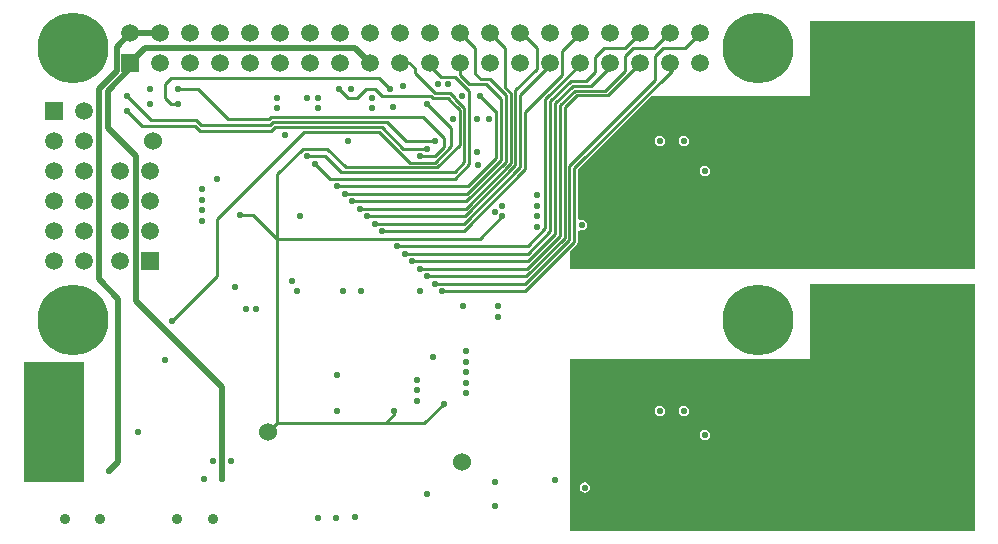
<source format=gbl>
G04 Layer_Physical_Order=4*
G04 Layer_Color=16711680*
%FSLAX25Y25*%
%MOIN*%
G70*
G01*
G75*
%ADD34R,0.20000X0.40000*%
%ADD46C,0.01000*%
%ADD47C,0.02000*%
%ADD50C,0.06000*%
%ADD51C,0.05905*%
%ADD52R,0.05905X0.05905*%
%ADD53C,0.23622*%
%ADD54C,0.03543*%
%ADD55C,0.02200*%
G36*
X317500Y90000D02*
X182500D01*
Y95914D01*
X184793Y98207D01*
X184793Y98207D01*
X185036Y98571D01*
X185122Y99000D01*
Y102174D01*
X185331Y102386D01*
X186122Y102842D01*
X186500Y102767D01*
X187163Y102899D01*
X187726Y103274D01*
X188101Y103837D01*
X188233Y104500D01*
X188101Y105163D01*
X187726Y105726D01*
X187163Y106101D01*
X186500Y106233D01*
X186122Y106158D01*
X185331Y106614D01*
X185122Y106826D01*
Y123035D01*
X209586Y147500D01*
X262500D01*
Y172500D01*
X317500D01*
Y90000D01*
D02*
G37*
G36*
Y2500D02*
X182500D01*
Y60000D01*
X262500D01*
Y85000D01*
X317500D01*
Y2500D01*
D02*
G37*
%LPC*%
G36*
X212500Y134233D02*
X211837Y134101D01*
X211274Y133726D01*
X210899Y133163D01*
X210767Y132500D01*
X210899Y131837D01*
X211274Y131274D01*
X211837Y130899D01*
X212500Y130767D01*
X213163Y130899D01*
X213726Y131274D01*
X214101Y131837D01*
X214233Y132500D01*
X214101Y133163D01*
X213726Y133726D01*
X213163Y134101D01*
X212500Y134233D01*
D02*
G37*
G36*
X220500D02*
X219837Y134101D01*
X219274Y133726D01*
X218899Y133163D01*
X218767Y132500D01*
X218899Y131837D01*
X219274Y131274D01*
X219837Y130899D01*
X220500Y130767D01*
X221163Y130899D01*
X221726Y131274D01*
X222101Y131837D01*
X222233Y132500D01*
X222101Y133163D01*
X221726Y133726D01*
X221163Y134101D01*
X220500Y134233D01*
D02*
G37*
G36*
X227500Y124233D02*
X226837Y124101D01*
X226274Y123726D01*
X225899Y123163D01*
X225767Y122500D01*
X225899Y121837D01*
X226274Y121274D01*
X226837Y120899D01*
X227500Y120767D01*
X228163Y120899D01*
X228726Y121274D01*
X229101Y121837D01*
X229233Y122500D01*
X229101Y123163D01*
X228726Y123726D01*
X228163Y124101D01*
X227500Y124233D01*
D02*
G37*
G36*
X212500Y44233D02*
X211837Y44101D01*
X211274Y43726D01*
X210899Y43163D01*
X210767Y42500D01*
X210899Y41837D01*
X211274Y41274D01*
X211837Y40899D01*
X212500Y40767D01*
X213163Y40899D01*
X213726Y41274D01*
X214101Y41837D01*
X214233Y42500D01*
X214101Y43163D01*
X213726Y43726D01*
X213163Y44101D01*
X212500Y44233D01*
D02*
G37*
G36*
X187500Y18733D02*
X186837Y18601D01*
X186274Y18226D01*
X185899Y17663D01*
X185767Y17000D01*
X185899Y16337D01*
X186274Y15774D01*
X186837Y15399D01*
X187500Y15267D01*
X188163Y15399D01*
X188726Y15774D01*
X189101Y16337D01*
X189233Y17000D01*
X189101Y17663D01*
X188726Y18226D01*
X188163Y18601D01*
X187500Y18733D01*
D02*
G37*
G36*
X227500Y36233D02*
X226837Y36101D01*
X226274Y35726D01*
X225899Y35163D01*
X225767Y34500D01*
X225899Y33837D01*
X226274Y33274D01*
X226837Y32899D01*
X227500Y32767D01*
X228163Y32899D01*
X228726Y33274D01*
X229101Y33837D01*
X229233Y34500D01*
X229101Y35163D01*
X228726Y35726D01*
X228163Y36101D01*
X227500Y36233D01*
D02*
G37*
G36*
X220500Y44233D02*
X219837Y44101D01*
X219274Y43726D01*
X218899Y43163D01*
X218767Y42500D01*
X218899Y41837D01*
X219274Y41274D01*
X219837Y40899D01*
X220500Y40767D01*
X221163Y40899D01*
X221726Y41274D01*
X222101Y41837D01*
X222233Y42500D01*
X222101Y43163D01*
X221726Y43726D01*
X221163Y44101D01*
X220500Y44233D01*
D02*
G37*
%LPD*%
D34*
X10500Y39000D02*
D03*
D46*
X182400Y99663D02*
Y124247D01*
X211000Y152847D01*
Y161000D01*
X180800Y100326D02*
Y143749D01*
X179200Y100988D02*
Y144412D01*
X177600Y101651D02*
Y145074D01*
X176000Y102500D02*
Y145737D01*
X174400Y103400D02*
Y146400D01*
X189500Y151000D02*
X196500Y158000D01*
Y158500D01*
X174400Y146400D02*
X186500Y158500D01*
X156500Y168000D02*
Y168500D01*
X134000Y38500D02*
X140500Y45000D01*
X85000Y38500D02*
X134000D01*
X121500Y39000D02*
X124000Y41500D01*
Y42500D01*
X144237Y154000D02*
X149000Y149237D01*
X139500Y154000D02*
X144237D01*
X149000Y124737D02*
Y149237D01*
X145037Y143700D02*
X145800Y142937D01*
X144926Y143700D02*
X145037D01*
X142700Y145926D02*
X144926Y143700D01*
X142700Y145926D02*
Y146037D01*
X141837Y146900D02*
X142700Y146037D01*
X145700Y145300D02*
X147400Y143600D01*
X145589Y145300D02*
X145700D01*
X144300Y146589D02*
X145589Y145300D01*
X144300Y146589D02*
Y146700D01*
X142500Y148500D02*
X144300Y146700D01*
X147400Y125400D02*
Y143600D01*
X145800Y131274D02*
Y142937D01*
X85000Y121500D02*
X93500Y130000D01*
X85000Y100000D02*
Y121500D01*
Y38500D02*
Y100000D01*
X82000Y35500D02*
X85000Y38500D01*
X144100Y122100D02*
X147400Y125400D01*
X106400Y122100D02*
X144100D01*
X93500Y130000D02*
X101500D01*
X107800Y123700D01*
X138225D01*
X145800Y131274D01*
X101000Y127500D02*
X106400Y122100D01*
X137563Y125300D02*
X143000Y130737D01*
X129200Y125300D02*
X137563D01*
X119000Y135500D02*
X129200Y125300D01*
X136837Y146900D02*
X141837D01*
X136237Y147500D02*
X136837Y146900D01*
X120000Y147500D02*
X136237D01*
X137500Y148500D02*
X142500D01*
X144263Y120000D02*
X149000Y124737D01*
X130750Y155250D02*
X137500Y148500D01*
X130750Y155250D02*
Y156750D01*
X136000Y157500D02*
X139500Y154000D01*
X136000Y157500D02*
Y158500D01*
X158000Y127000D02*
Y142500D01*
X152500Y147500D02*
X157500Y142500D01*
X158000D01*
X117500Y150000D02*
X120000Y147500D01*
X114500Y150000D02*
X117500D01*
X111500Y147000D02*
X114500Y150000D01*
X108468Y147000D02*
X111500D01*
X105500Y149969D02*
X108468Y147000D01*
X49500Y153500D02*
X119000D01*
X47500Y151500D02*
X49500Y153500D01*
X119000D02*
X122500Y150000D01*
X82763Y140400D02*
X133600D01*
X83426Y138800D02*
X121700D01*
X84089Y137200D02*
X119800D01*
X127000Y130000D01*
X94000Y135500D02*
X119000D01*
X127000Y130000D02*
X135000D01*
X65000Y106500D02*
X94000Y135500D01*
X95000Y127500D02*
X101000D01*
X102500Y120000D02*
X144263D01*
X97500Y125000D02*
X102500Y120000D01*
X148500Y117500D02*
X158000Y127000D01*
X105000Y117500D02*
X148500D01*
X85000Y100000D02*
X152500D01*
X77000Y108000D02*
X85000Y100000D01*
X72500Y108000D02*
X77000D01*
X65000Y87500D02*
Y106500D01*
X50000Y72500D02*
X65000Y87500D01*
X107500Y115000D02*
X148263D01*
X110000Y112500D02*
X148026D01*
X112500Y110000D02*
X147788D01*
X115000Y107500D02*
X147551D01*
X143000Y130737D02*
Y137000D01*
X152500Y100000D02*
X160000Y107500D01*
X133600Y140400D02*
X140500Y133500D01*
X121700Y138800D02*
X128000Y132500D01*
X82363Y140000D02*
X82763Y140400D01*
X68500Y140000D02*
X82363D01*
X82626Y138000D02*
X83426Y138800D01*
X59500Y138000D02*
X82626D01*
X82889Y136000D02*
X84089Y137200D01*
X59237Y136000D02*
X82889D01*
X129000Y158500D02*
X130750Y156750D01*
X126000Y158500D02*
X129000D01*
X128000Y132500D02*
X137500D01*
X57737Y137500D02*
X59237Y136000D01*
X58000Y139500D02*
X59500Y138000D01*
X58500Y150000D02*
X68500Y140000D01*
X184000Y123500D02*
X216500Y156000D01*
X184000Y99000D02*
Y123500D01*
X216500Y156000D02*
Y157500D01*
X195200Y147700D02*
X206000Y158500D01*
X184751Y147700D02*
X195200D01*
X180800Y143749D02*
X184751Y147700D01*
X210500Y163500D02*
X215500Y168500D01*
X203500Y163500D02*
X210500D01*
X201000Y161000D02*
X203500Y163500D01*
X201000Y156000D02*
Y161000D01*
X194300Y149300D02*
X201000Y156000D01*
X184088Y149300D02*
X194300D01*
X179200Y144412D02*
X184088Y149300D01*
X188763Y151000D02*
X189500D01*
X188663Y150900D02*
X188763Y151000D01*
X183425Y150900D02*
X188663D01*
X177600Y145074D02*
X183425Y150900D01*
X188000Y152500D02*
X191000Y155500D01*
X182763Y152500D02*
X188000D01*
X176000Y145737D02*
X182763Y152500D01*
X201000Y163500D02*
X206000Y168500D01*
X194000Y163500D02*
X201000D01*
X168500Y97500D02*
X174400Y103400D01*
X125000Y97500D02*
X168500D01*
Y95000D02*
X176000Y102500D01*
X127500Y95000D02*
X168500D01*
X168449Y92500D02*
X177600Y101651D01*
X130000Y92500D02*
X168449D01*
X168212Y90000D02*
X179200Y100988D01*
X132500Y90000D02*
X168212D01*
X167974Y87500D02*
X180800Y100326D01*
X135000Y87500D02*
X167974D01*
X167737Y85000D02*
X182400Y99663D01*
X137500Y85000D02*
X167737D01*
X167500Y82500D02*
X184000Y99000D01*
X140000Y82500D02*
X167500D01*
X147076Y102500D02*
X167600Y123024D01*
X147314Y105000D02*
X166000Y123686D01*
X147551Y107500D02*
X164400Y124349D01*
X147788Y110000D02*
X162800Y125012D01*
X148026Y112500D02*
X161200Y125674D01*
X148263Y115000D02*
X159600Y126337D01*
X120000Y102500D02*
X147076D01*
X221000Y163500D02*
X226000Y168500D01*
X213500Y163500D02*
X221000D01*
X211000Y161000D02*
X213500Y163500D01*
X216000Y158000D02*
X216500Y157500D01*
X216000Y158000D02*
Y158500D01*
X167600Y123024D02*
Y142100D01*
X180000Y154500D01*
X166000Y148000D02*
X176000Y158000D01*
X166000Y123686D02*
Y148000D01*
X164400Y124349D02*
Y149400D01*
X171500Y156500D01*
X161000Y150263D02*
X162800Y148463D01*
Y125012D02*
Y148463D01*
X161000Y150263D02*
Y163500D01*
X155800Y153200D02*
X161200Y147800D01*
Y125674D02*
Y147800D01*
X152800Y153200D02*
X155800D01*
X159600Y126337D02*
Y146663D01*
X154663Y151600D02*
X159600Y146663D01*
X148900Y151600D02*
X154663D01*
X191000Y160500D02*
X194000Y163500D01*
X191000Y155500D02*
Y160500D01*
X180000Y154500D02*
Y155000D01*
X180053D02*
Y162553D01*
X186000Y168500D01*
X117500Y105000D02*
X147314D01*
X166000Y168500D02*
X166500D01*
X171500Y163500D01*
Y156500D02*
Y163500D01*
X156500Y168000D02*
X161000Y163500D01*
X151000Y155000D02*
X152800Y153200D01*
X151000Y155000D02*
Y163500D01*
X146000Y154500D02*
X148900Y151600D01*
X146000Y154500D02*
Y158500D01*
Y168500D02*
X151000Y163500D01*
X135000Y145000D02*
X143000Y137000D01*
X49500Y145000D02*
X52000D01*
X47500Y147000D02*
X49500Y145000D01*
X47500Y147000D02*
Y151500D01*
X52000Y150000D02*
X58500D01*
X43000Y139500D02*
X58000D01*
X35000Y147500D02*
X43000Y139500D01*
X40000Y137500D02*
X57737D01*
X35000Y142500D02*
X40000Y137500D01*
X140500Y130500D02*
Y133500D01*
X137500Y127500D02*
X140500Y130500D01*
X132500Y127500D02*
X137500D01*
D47*
X37947Y79053D02*
X66500Y50500D01*
X37947Y79053D02*
Y127553D01*
X66500Y20000D02*
Y50500D01*
X28500Y137000D02*
X37947Y127553D01*
X25500Y86500D02*
Y150000D01*
Y86500D02*
X32000Y80000D01*
X25500Y150000D02*
X31447Y155947D01*
X36000Y158500D02*
X41000Y163500D01*
X111000D01*
X28500Y137000D02*
Y149323D01*
X36000Y156823D02*
Y158500D01*
X28500Y149323D02*
X36000Y156823D01*
X31447Y155947D02*
Y163947D01*
X28858Y22358D02*
X32000Y25500D01*
Y80000D01*
X31447Y163947D02*
X36000Y168500D01*
X46000D01*
X111000Y163500D02*
X116000Y158500D01*
D50*
X43500Y132500D02*
D03*
X146500Y25500D02*
D03*
X82000Y35500D02*
D03*
X10500Y39000D02*
D03*
D51*
X32500Y122500D02*
D03*
X42500Y122500D02*
D03*
X32500Y112500D02*
D03*
X42500D02*
D03*
X32500Y102500D02*
D03*
X42500D02*
D03*
X32500Y92500D02*
D03*
X46000Y158500D02*
D03*
X56000Y158500D02*
D03*
X66000D02*
D03*
X76000Y158500D02*
D03*
X86000D02*
D03*
X96000D02*
D03*
X106000Y158500D02*
D03*
X116000D02*
D03*
X126000Y158500D02*
D03*
X136000D02*
D03*
X146000Y158500D02*
D03*
X156000D02*
D03*
X166000Y158500D02*
D03*
X176000D02*
D03*
X186000D02*
D03*
X196000Y158500D02*
D03*
X206000D02*
D03*
X216000Y158500D02*
D03*
X226000D02*
D03*
X36000Y168500D02*
D03*
X46000D02*
D03*
X56000D02*
D03*
X66000D02*
D03*
X76000D02*
D03*
X86000D02*
D03*
X96000D02*
D03*
X106000D02*
D03*
X116000D02*
D03*
X126000D02*
D03*
X136000D02*
D03*
X146000D02*
D03*
X156000D02*
D03*
X166000D02*
D03*
X176000D02*
D03*
X186000D02*
D03*
X196000D02*
D03*
X206000D02*
D03*
X216000D02*
D03*
X226000D02*
D03*
X20500Y92500D02*
D03*
X10500D02*
D03*
X20500Y102500D02*
D03*
X10500Y102500D02*
D03*
X20500Y112500D02*
D03*
X10500Y112500D02*
D03*
X20500Y122500D02*
D03*
X10500D02*
D03*
X20500Y132500D02*
D03*
X10500D02*
D03*
X20500Y142500D02*
D03*
D52*
X42500Y92500D02*
D03*
X36000Y158500D02*
D03*
X10500Y142500D02*
D03*
D53*
X245173Y163500D02*
D03*
X245173Y72949D02*
D03*
X16827Y163500D02*
D03*
Y72949D02*
D03*
D54*
X14095Y6500D02*
D03*
X25905D02*
D03*
X51595D02*
D03*
X63406D02*
D03*
D55*
X200669Y118331D02*
D03*
X209331D02*
D03*
X200669Y109669D02*
D03*
X200669Y114000D02*
D03*
X209331Y109669D02*
D03*
Y114000D02*
D03*
X205000Y118331D02*
D03*
Y109669D02*
D03*
Y114000D02*
D03*
X200669Y22169D02*
D03*
Y26500D02*
D03*
Y30831D02*
D03*
X205000Y22169D02*
D03*
Y26500D02*
D03*
Y30831D02*
D03*
X209331Y22169D02*
D03*
X209331Y26500D02*
D03*
X209331Y30831D02*
D03*
X310000Y145000D02*
D03*
X312500Y140000D02*
D03*
X310000Y135000D02*
D03*
X312500Y130000D02*
D03*
X310000Y125000D02*
D03*
X312500Y120000D02*
D03*
X310000Y115000D02*
D03*
X312500Y110000D02*
D03*
X310000Y105000D02*
D03*
X312500Y100000D02*
D03*
X310000Y95000D02*
D03*
X312500Y60000D02*
D03*
X310000Y55000D02*
D03*
X312500Y50000D02*
D03*
X310000Y45000D02*
D03*
X312500Y40000D02*
D03*
X310000Y35000D02*
D03*
X312500Y30000D02*
D03*
X310000Y25000D02*
D03*
X312500Y20000D02*
D03*
X310000Y15000D02*
D03*
X312500Y10000D02*
D03*
X305000Y145000D02*
D03*
X307500Y140000D02*
D03*
X305000Y135000D02*
D03*
X307500Y130000D02*
D03*
X305000Y125000D02*
D03*
X307500Y120000D02*
D03*
X305000Y115000D02*
D03*
X307500Y110000D02*
D03*
X305000Y105000D02*
D03*
X307500Y100000D02*
D03*
X305000Y95000D02*
D03*
X307500Y60000D02*
D03*
X305000Y55000D02*
D03*
X307500Y50000D02*
D03*
X305000Y45000D02*
D03*
X307500Y40000D02*
D03*
X305000Y35000D02*
D03*
X307500Y30000D02*
D03*
X305000Y25000D02*
D03*
X307500Y20000D02*
D03*
X305000Y15000D02*
D03*
X307500Y10000D02*
D03*
X302500Y140000D02*
D03*
Y130000D02*
D03*
X300000Y125000D02*
D03*
X302500Y120000D02*
D03*
X300000Y115000D02*
D03*
X302500Y110000D02*
D03*
X300000Y105000D02*
D03*
X302500Y100000D02*
D03*
X300000Y95000D02*
D03*
X302500Y60000D02*
D03*
Y50000D02*
D03*
X300000Y45000D02*
D03*
X302500Y40000D02*
D03*
X300000Y35000D02*
D03*
X302500Y30000D02*
D03*
X300000Y25000D02*
D03*
X302500Y20000D02*
D03*
X300000Y15000D02*
D03*
X302500Y10000D02*
D03*
X297500Y130000D02*
D03*
Y120000D02*
D03*
Y110000D02*
D03*
X295000Y105000D02*
D03*
X297500Y100000D02*
D03*
X295000Y95000D02*
D03*
X297500Y40000D02*
D03*
Y30000D02*
D03*
Y20000D02*
D03*
Y10000D02*
D03*
X292500Y80000D02*
D03*
Y20000D02*
D03*
X285000Y165000D02*
D03*
Y155000D02*
D03*
X287500Y80000D02*
D03*
X285000Y75000D02*
D03*
Y45000D02*
D03*
X280000Y165000D02*
D03*
X282500Y160000D02*
D03*
X280000Y155000D02*
D03*
Y145000D02*
D03*
Y135000D02*
D03*
Y125000D02*
D03*
Y105000D02*
D03*
Y95000D02*
D03*
X282500Y80000D02*
D03*
X280000Y75000D02*
D03*
X282500Y70000D02*
D03*
X280000Y65000D02*
D03*
Y55000D02*
D03*
Y45000D02*
D03*
Y35000D02*
D03*
X275000Y165000D02*
D03*
X277500Y160000D02*
D03*
X275000Y155000D02*
D03*
X277500Y150000D02*
D03*
X275000Y145000D02*
D03*
X277500Y140000D02*
D03*
X275000Y135000D02*
D03*
X277500Y130000D02*
D03*
X275000Y125000D02*
D03*
X277500Y120000D02*
D03*
X275000Y95000D02*
D03*
X277500Y80000D02*
D03*
X275000Y75000D02*
D03*
X277500Y70000D02*
D03*
X275000Y65000D02*
D03*
X277500Y60000D02*
D03*
X275000Y55000D02*
D03*
X277500Y50000D02*
D03*
X275000Y45000D02*
D03*
X277500Y40000D02*
D03*
X275000Y35000D02*
D03*
X277500Y30000D02*
D03*
X270000Y165000D02*
D03*
X272500Y160000D02*
D03*
X270000Y155000D02*
D03*
X272500Y150000D02*
D03*
X270000Y145000D02*
D03*
X272500Y140000D02*
D03*
X270000Y135000D02*
D03*
X272500Y130000D02*
D03*
X270000Y125000D02*
D03*
X272500Y120000D02*
D03*
X270000Y95000D02*
D03*
X272500Y80000D02*
D03*
X270000Y75000D02*
D03*
X272500Y70000D02*
D03*
X270000Y65000D02*
D03*
X272500Y60000D02*
D03*
X270000Y55000D02*
D03*
X272500Y50000D02*
D03*
Y40000D02*
D03*
X270000Y35000D02*
D03*
X272500Y30000D02*
D03*
X267500Y160000D02*
D03*
Y150000D02*
D03*
X265000Y145000D02*
D03*
X267500Y140000D02*
D03*
X265000Y95000D02*
D03*
X267500Y80000D02*
D03*
Y70000D02*
D03*
Y60000D02*
D03*
X265000Y55000D02*
D03*
X267500Y50000D02*
D03*
X265000Y35000D02*
D03*
X267500Y10000D02*
D03*
X262500Y100000D02*
D03*
X260000Y95000D02*
D03*
X262500Y10000D02*
D03*
X257500Y100000D02*
D03*
X255000Y95000D02*
D03*
X257500Y10000D02*
D03*
X252500Y100000D02*
D03*
X250000Y95000D02*
D03*
Y55000D02*
D03*
X252500Y10000D02*
D03*
X247500Y140000D02*
D03*
Y100000D02*
D03*
X245000Y95000D02*
D03*
Y55000D02*
D03*
X247500Y10000D02*
D03*
X242500Y140000D02*
D03*
X240000Y135000D02*
D03*
X242500Y100000D02*
D03*
X240000Y95000D02*
D03*
Y55000D02*
D03*
X242500Y50000D02*
D03*
X240000Y45000D02*
D03*
Y15000D02*
D03*
X242500Y10000D02*
D03*
X237500Y140000D02*
D03*
X235000Y135000D02*
D03*
X237500Y130000D02*
D03*
X235000Y125000D02*
D03*
Y105000D02*
D03*
X237500Y100000D02*
D03*
X235000Y95000D02*
D03*
Y55000D02*
D03*
X237500Y50000D02*
D03*
X235000Y45000D02*
D03*
X237500Y40000D02*
D03*
X235000Y15000D02*
D03*
X237500Y10000D02*
D03*
X232500Y140000D02*
D03*
X230000Y135000D02*
D03*
X232500Y130000D02*
D03*
Y100000D02*
D03*
X230000Y95000D02*
D03*
Y55000D02*
D03*
X232500Y50000D02*
D03*
X230000Y45000D02*
D03*
X232500Y40000D02*
D03*
Y10000D02*
D03*
X217500Y100000D02*
D03*
X215000Y95000D02*
D03*
X217500Y10000D02*
D03*
X301603Y168117D02*
D03*
X298436Y167662D02*
D03*
X295930Y165671D02*
D03*
X293703Y163373D02*
D03*
X291338Y161218D02*
D03*
X289550Y158564D02*
D03*
X289395Y155368D02*
D03*
X299537Y150823D02*
D03*
X301986Y152883D02*
D03*
X310117Y160133D02*
D03*
X247619Y132761D02*
D03*
X245919Y130050D02*
D03*
X244175Y127367D02*
D03*
X243853Y124183D02*
D03*
X247667Y119170D02*
D03*
X250722Y118217D02*
D03*
X253788Y119131D02*
D03*
X256314Y121096D02*
D03*
X259042Y122770D02*
D03*
X261282Y133638D02*
D03*
X259020Y135900D02*
D03*
X248855Y46627D02*
D03*
X246914Y44082D02*
D03*
X245080Y41460D02*
D03*
X243411Y38730D02*
D03*
X243512Y35531D02*
D03*
X247750Y30836D02*
D03*
X250905Y30298D02*
D03*
X253846Y31559D02*
D03*
X256314Y33596D02*
D03*
X259042Y35270D02*
D03*
X261282Y46138D02*
D03*
X259020Y48400D02*
D03*
X301585Y80112D02*
D03*
X298429Y79579D02*
D03*
X296027Y77465D02*
D03*
X293750Y75217D02*
D03*
X291389Y73056D02*
D03*
X289848Y70252D02*
D03*
X290242Y67076D02*
D03*
X300715Y65048D02*
D03*
X309707Y71958D02*
D03*
X239000Y27000D02*
D03*
X198500Y43500D02*
D03*
Y132500D02*
D03*
X148000Y62500D02*
D03*
X158500Y74000D02*
D03*
Y77500D02*
D03*
X147000D02*
D03*
X148000Y59000D02*
D03*
Y55500D02*
D03*
X137000Y60500D02*
D03*
X131500Y46000D02*
D03*
Y49500D02*
D03*
Y53000D02*
D03*
X124000Y42500D02*
D03*
X148000Y52000D02*
D03*
Y48500D02*
D03*
X140500Y45000D02*
D03*
X146500Y147500D02*
D03*
X143500Y140000D02*
D03*
X151500Y129000D02*
D03*
X152000Y124500D02*
D03*
X152500Y147500D02*
D03*
X138500Y151500D02*
D03*
X98500Y147000D02*
D03*
Y143500D02*
D03*
X105000Y117500D02*
D03*
X78000Y76500D02*
D03*
X107500Y115000D02*
D03*
X110000Y112500D02*
D03*
X112500Y110000D02*
D03*
X115000Y107500D02*
D03*
X108500Y132500D02*
D03*
X87500Y134500D02*
D03*
X50000Y72500D02*
D03*
X60500Y20000D02*
D03*
X132500Y82500D02*
D03*
X113000D02*
D03*
X107000D02*
D03*
X91500D02*
D03*
X90000Y86000D02*
D03*
X92500Y107500D02*
D03*
X74500Y76500D02*
D03*
X71000Y84000D02*
D03*
X60000Y106000D02*
D03*
Y109500D02*
D03*
Y113000D02*
D03*
Y116500D02*
D03*
X65000Y120000D02*
D03*
X72500Y108000D02*
D03*
X97500Y125000D02*
D03*
X95000Y127500D02*
D03*
X125000Y97500D02*
D03*
X127500Y95000D02*
D03*
X130000Y92500D02*
D03*
X132500Y90000D02*
D03*
X135000Y87500D02*
D03*
X137500Y85000D02*
D03*
X140000Y82500D02*
D03*
X66500Y20000D02*
D03*
X69500Y26000D02*
D03*
X63500D02*
D03*
X38500Y35500D02*
D03*
X157500Y109000D02*
D03*
X160000Y107500D02*
D03*
Y111000D02*
D03*
X171500Y104000D02*
D03*
Y107500D02*
D03*
Y111000D02*
D03*
Y114500D02*
D03*
X186500Y104500D02*
D03*
X122500Y150000D02*
D03*
X155500Y140000D02*
D03*
X151500D02*
D03*
X189500Y97500D02*
D03*
X220500Y132500D02*
D03*
X212500D02*
D03*
X227500Y122500D02*
D03*
X220500Y42500D02*
D03*
X212500D02*
D03*
X227500Y34500D02*
D03*
X177500Y19500D02*
D03*
X187500Y17000D02*
D03*
X42500Y150000D02*
D03*
X52000D02*
D03*
X35000Y147500D02*
D03*
Y142500D02*
D03*
X85000Y143500D02*
D03*
X137500Y132500D02*
D03*
X135000Y130000D02*
D03*
X42500Y145000D02*
D03*
X52000D02*
D03*
X117500Y105000D02*
D03*
X120000Y102500D02*
D03*
X239000Y114500D02*
D03*
X132500Y127500D02*
D03*
X135000Y145000D02*
D03*
X142000Y151500D02*
D03*
X105500Y149969D02*
D03*
X127000Y151000D02*
D03*
X123500Y144000D02*
D03*
X116500Y143500D02*
D03*
Y147000D02*
D03*
X109500Y150000D02*
D03*
X95000Y147000D02*
D03*
X85000D02*
D03*
X28858Y22358D02*
D03*
X47547Y59547D02*
D03*
X110850Y7150D02*
D03*
X104500Y7000D02*
D03*
X98500D02*
D03*
X135000Y15000D02*
D03*
X157500Y11000D02*
D03*
Y19000D02*
D03*
X105000Y54500D02*
D03*
Y42500D02*
D03*
M02*

</source>
